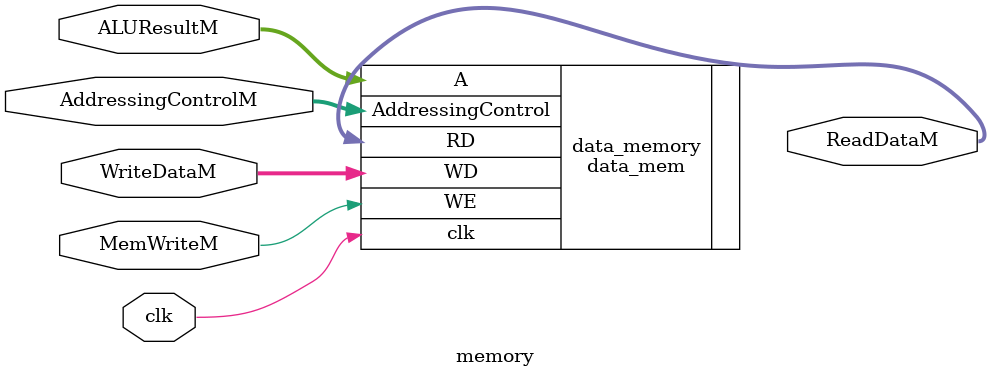
<source format=sv>
module memory #(
    parameter DATA_WIDTH = 32
)(
    input logic clk,
    input logic [DATA_WIDTH-1:0] ALUResultM,
    input logic [DATA_WIDTH-1:0] WriteDataM,
    input logic MemWriteM,
    input logic [2:0] AddressingControlM,

    output logic [DATA_WIDTH-1:0] ReadDataM
);

data_mem data_memory(
    .clk(clk),
    .A(ALUResultM),
    .WD(WriteDataM),
    .WE(MemWriteM),
    .AddressingControl(AddressingControlM),

    .RD(ReadDataM)
);

endmodule
</source>
